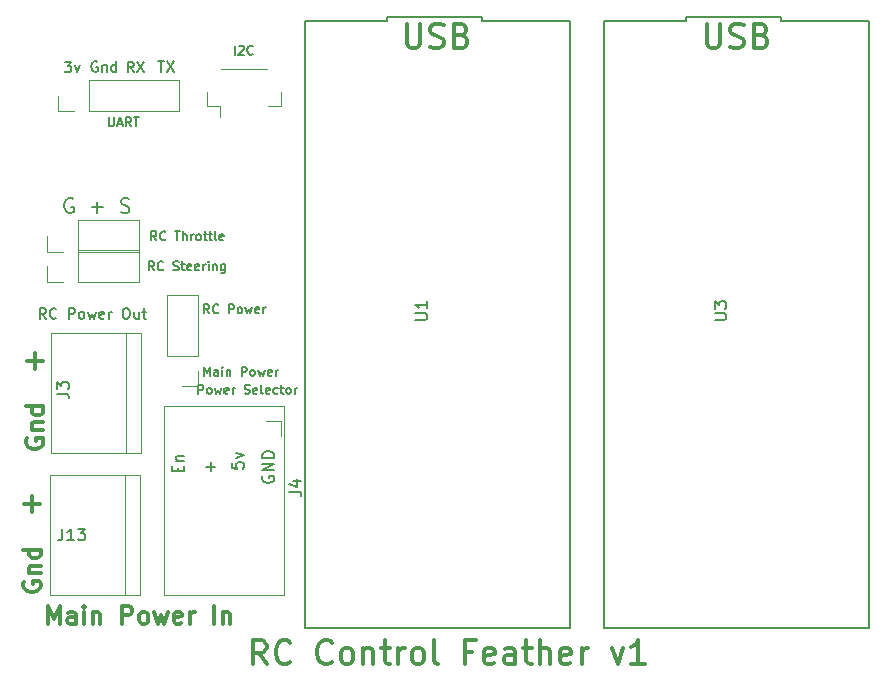
<source format=gbr>
G04 #@! TF.GenerationSoftware,KiCad,Pcbnew,(5.1.5)-3*
G04 #@! TF.CreationDate,2021-12-12T15:23:53-06:00*
G04 #@! TF.ProjectId,RCFeatherControl,52434665-6174-4686-9572-436f6e74726f,rev?*
G04 #@! TF.SameCoordinates,Original*
G04 #@! TF.FileFunction,Legend,Top*
G04 #@! TF.FilePolarity,Positive*
%FSLAX46Y46*%
G04 Gerber Fmt 4.6, Leading zero omitted, Abs format (unit mm)*
G04 Created by KiCad (PCBNEW (5.1.5)-3) date 2021-12-12 15:23:53*
%MOMM*%
%LPD*%
G04 APERTURE LIST*
%ADD10C,0.127000*%
%ADD11C,0.152400*%
%ADD12C,0.300000*%
%ADD13C,0.355600*%
%ADD14C,0.177800*%
%ADD15C,0.120000*%
%ADD16C,0.150000*%
G04 APERTURE END LIST*
D10*
X127408516Y-99505346D02*
X127916516Y-99505346D01*
X127662516Y-100394346D02*
X127662516Y-99505346D01*
X128128183Y-99505346D02*
X128720850Y-100394346D01*
X128720850Y-99505346D02*
X128128183Y-100394346D01*
X125361276Y-100422286D02*
X125064943Y-99998953D01*
X124853276Y-100422286D02*
X124853276Y-99533286D01*
X125191943Y-99533286D01*
X125276610Y-99575620D01*
X125318943Y-99617953D01*
X125361276Y-99702620D01*
X125361276Y-99829620D01*
X125318943Y-99914286D01*
X125276610Y-99956620D01*
X125191943Y-99998953D01*
X124853276Y-99998953D01*
X125657610Y-99533286D02*
X126250276Y-100422286D01*
X126250276Y-99533286D02*
X125657610Y-100422286D01*
X122245543Y-99522280D02*
X122160876Y-99479946D01*
X122033876Y-99479946D01*
X121906876Y-99522280D01*
X121822210Y-99606946D01*
X121779876Y-99691613D01*
X121737543Y-99860946D01*
X121737543Y-99987946D01*
X121779876Y-100157280D01*
X121822210Y-100241946D01*
X121906876Y-100326613D01*
X122033876Y-100368946D01*
X122118543Y-100368946D01*
X122245543Y-100326613D01*
X122287876Y-100284280D01*
X122287876Y-99987946D01*
X122118543Y-99987946D01*
X122668876Y-99776280D02*
X122668876Y-100368946D01*
X122668876Y-99860946D02*
X122711210Y-99818613D01*
X122795876Y-99776280D01*
X122922876Y-99776280D01*
X123007543Y-99818613D01*
X123049876Y-99903280D01*
X123049876Y-100368946D01*
X123854210Y-100368946D02*
X123854210Y-99479946D01*
X123854210Y-100326613D02*
X123769543Y-100368946D01*
X123600210Y-100368946D01*
X123515543Y-100326613D01*
X123473210Y-100284280D01*
X123430876Y-100199613D01*
X123430876Y-99945613D01*
X123473210Y-99860946D01*
X123515543Y-99818613D01*
X123600210Y-99776280D01*
X123769543Y-99776280D01*
X123854210Y-99818613D01*
X119498110Y-99520586D02*
X120048443Y-99520586D01*
X119752110Y-99859253D01*
X119879110Y-99859253D01*
X119963776Y-99901586D01*
X120006110Y-99943920D01*
X120048443Y-100028586D01*
X120048443Y-100240253D01*
X120006110Y-100324920D01*
X119963776Y-100367253D01*
X119879110Y-100409586D01*
X119625110Y-100409586D01*
X119540443Y-100367253D01*
X119498110Y-100324920D01*
X120344776Y-99816920D02*
X120556443Y-100409586D01*
X120768110Y-99816920D01*
D11*
X133926942Y-98927194D02*
X133926942Y-98165194D01*
X134253514Y-98237765D02*
X134289800Y-98201480D01*
X134362371Y-98165194D01*
X134543800Y-98165194D01*
X134616371Y-98201480D01*
X134652657Y-98237765D01*
X134688942Y-98310337D01*
X134688942Y-98382908D01*
X134652657Y-98491765D01*
X134217228Y-98927194D01*
X134688942Y-98927194D01*
X135450942Y-98854622D02*
X135414657Y-98890908D01*
X135305800Y-98927194D01*
X135233228Y-98927194D01*
X135124371Y-98890908D01*
X135051800Y-98818337D01*
X135015514Y-98745765D01*
X134979228Y-98600622D01*
X134979228Y-98491765D01*
X135015514Y-98346622D01*
X135051800Y-98274051D01*
X135124371Y-98201480D01*
X135233228Y-98165194D01*
X135305800Y-98165194D01*
X135414657Y-98201480D01*
X135450942Y-98237765D01*
X123231728Y-104245954D02*
X123231728Y-104862811D01*
X123268014Y-104935382D01*
X123304300Y-104971668D01*
X123376871Y-105007954D01*
X123522014Y-105007954D01*
X123594585Y-104971668D01*
X123630871Y-104935382D01*
X123667157Y-104862811D01*
X123667157Y-104245954D01*
X123993728Y-104790240D02*
X124356585Y-104790240D01*
X123921157Y-105007954D02*
X124175157Y-104245954D01*
X124429157Y-105007954D01*
X125118585Y-105007954D02*
X124864585Y-104645097D01*
X124683157Y-105007954D02*
X124683157Y-104245954D01*
X124973442Y-104245954D01*
X125046014Y-104282240D01*
X125082300Y-104318525D01*
X125118585Y-104391097D01*
X125118585Y-104499954D01*
X125082300Y-104572525D01*
X125046014Y-104608811D01*
X124973442Y-104645097D01*
X124683157Y-104645097D01*
X125336300Y-104245954D02*
X125771728Y-104245954D01*
X125554014Y-105007954D02*
X125554014Y-104245954D01*
D12*
X116277960Y-131426305D02*
X116206531Y-131569162D01*
X116206531Y-131783448D01*
X116277960Y-131997734D01*
X116420817Y-132140591D01*
X116563674Y-132212020D01*
X116849388Y-132283448D01*
X117063674Y-132283448D01*
X117349388Y-132212020D01*
X117492245Y-132140591D01*
X117635102Y-131997734D01*
X117706531Y-131783448D01*
X117706531Y-131640591D01*
X117635102Y-131426305D01*
X117563674Y-131354877D01*
X117063674Y-131354877D01*
X117063674Y-131640591D01*
X116706531Y-130712020D02*
X117706531Y-130712020D01*
X116849388Y-130712020D02*
X116777960Y-130640591D01*
X116706531Y-130497734D01*
X116706531Y-130283448D01*
X116777960Y-130140591D01*
X116920817Y-130069162D01*
X117706531Y-130069162D01*
X117706531Y-128712020D02*
X116206531Y-128712020D01*
X117635102Y-128712020D02*
X117706531Y-128854877D01*
X117706531Y-129140591D01*
X117635102Y-129283448D01*
X117563674Y-129354877D01*
X117420817Y-129426305D01*
X116992245Y-129426305D01*
X116849388Y-129354877D01*
X116777960Y-129283448D01*
X116706531Y-129140591D01*
X116706531Y-128854877D01*
X116777960Y-128712020D01*
D13*
X116294746Y-124866400D02*
X117649413Y-124866400D01*
X116972080Y-125543733D02*
X116972080Y-124189066D01*
D11*
X117914420Y-121290926D02*
X117618086Y-120867593D01*
X117406420Y-121290926D02*
X117406420Y-120401926D01*
X117745086Y-120401926D01*
X117829753Y-120444260D01*
X117872086Y-120486593D01*
X117914420Y-120571260D01*
X117914420Y-120698260D01*
X117872086Y-120782926D01*
X117829753Y-120825260D01*
X117745086Y-120867593D01*
X117406420Y-120867593D01*
X118803420Y-121206260D02*
X118761086Y-121248593D01*
X118634086Y-121290926D01*
X118549420Y-121290926D01*
X118422420Y-121248593D01*
X118337753Y-121163926D01*
X118295420Y-121079260D01*
X118253086Y-120909926D01*
X118253086Y-120782926D01*
X118295420Y-120613593D01*
X118337753Y-120528926D01*
X118422420Y-120444260D01*
X118549420Y-120401926D01*
X118634086Y-120401926D01*
X118761086Y-120444260D01*
X118803420Y-120486593D01*
X119861753Y-121290926D02*
X119861753Y-120401926D01*
X120200420Y-120401926D01*
X120285086Y-120444260D01*
X120327420Y-120486593D01*
X120369753Y-120571260D01*
X120369753Y-120698260D01*
X120327420Y-120782926D01*
X120285086Y-120825260D01*
X120200420Y-120867593D01*
X119861753Y-120867593D01*
X120877753Y-121290926D02*
X120793086Y-121248593D01*
X120750753Y-121206260D01*
X120708420Y-121121593D01*
X120708420Y-120867593D01*
X120750753Y-120782926D01*
X120793086Y-120740593D01*
X120877753Y-120698260D01*
X121004753Y-120698260D01*
X121089420Y-120740593D01*
X121131753Y-120782926D01*
X121174086Y-120867593D01*
X121174086Y-121121593D01*
X121131753Y-121206260D01*
X121089420Y-121248593D01*
X121004753Y-121290926D01*
X120877753Y-121290926D01*
X121470420Y-120698260D02*
X121639753Y-121290926D01*
X121809086Y-120867593D01*
X121978420Y-121290926D01*
X122147753Y-120698260D01*
X122825086Y-121248593D02*
X122740420Y-121290926D01*
X122571086Y-121290926D01*
X122486420Y-121248593D01*
X122444086Y-121163926D01*
X122444086Y-120825260D01*
X122486420Y-120740593D01*
X122571086Y-120698260D01*
X122740420Y-120698260D01*
X122825086Y-120740593D01*
X122867420Y-120825260D01*
X122867420Y-120909926D01*
X122444086Y-120994593D01*
X123248420Y-121290926D02*
X123248420Y-120698260D01*
X123248420Y-120867593D02*
X123290753Y-120782926D01*
X123333086Y-120740593D01*
X123417753Y-120698260D01*
X123502420Y-120698260D01*
X124645420Y-120401926D02*
X124814753Y-120401926D01*
X124899420Y-120444260D01*
X124984086Y-120528926D01*
X125026420Y-120698260D01*
X125026420Y-120994593D01*
X124984086Y-121163926D01*
X124899420Y-121248593D01*
X124814753Y-121290926D01*
X124645420Y-121290926D01*
X124560753Y-121248593D01*
X124476086Y-121163926D01*
X124433753Y-120994593D01*
X124433753Y-120698260D01*
X124476086Y-120528926D01*
X124560753Y-120444260D01*
X124645420Y-120401926D01*
X125788420Y-120698260D02*
X125788420Y-121290926D01*
X125407420Y-120698260D02*
X125407420Y-121163926D01*
X125449753Y-121248593D01*
X125534420Y-121290926D01*
X125661420Y-121290926D01*
X125746086Y-121248593D01*
X125788420Y-121206260D01*
X126084753Y-120698260D02*
X126423420Y-120698260D01*
X126211753Y-120401926D02*
X126211753Y-121163926D01*
X126254086Y-121248593D01*
X126338753Y-121290926D01*
X126423420Y-121290926D01*
D12*
X118091914Y-147117191D02*
X118091914Y-145617191D01*
X118591914Y-146688620D01*
X119091914Y-145617191D01*
X119091914Y-147117191D01*
X120449057Y-147117191D02*
X120449057Y-146331477D01*
X120377628Y-146188620D01*
X120234771Y-146117191D01*
X119949057Y-146117191D01*
X119806200Y-146188620D01*
X120449057Y-147045762D02*
X120306200Y-147117191D01*
X119949057Y-147117191D01*
X119806200Y-147045762D01*
X119734771Y-146902905D01*
X119734771Y-146760048D01*
X119806200Y-146617191D01*
X119949057Y-146545762D01*
X120306200Y-146545762D01*
X120449057Y-146474334D01*
X121163342Y-147117191D02*
X121163342Y-146117191D01*
X121163342Y-145617191D02*
X121091914Y-145688620D01*
X121163342Y-145760048D01*
X121234771Y-145688620D01*
X121163342Y-145617191D01*
X121163342Y-145760048D01*
X121877628Y-146117191D02*
X121877628Y-147117191D01*
X121877628Y-146260048D02*
X121949057Y-146188620D01*
X122091914Y-146117191D01*
X122306200Y-146117191D01*
X122449057Y-146188620D01*
X122520485Y-146331477D01*
X122520485Y-147117191D01*
X124377628Y-147117191D02*
X124377628Y-145617191D01*
X124949057Y-145617191D01*
X125091914Y-145688620D01*
X125163342Y-145760048D01*
X125234771Y-145902905D01*
X125234771Y-146117191D01*
X125163342Y-146260048D01*
X125091914Y-146331477D01*
X124949057Y-146402905D01*
X124377628Y-146402905D01*
X126091914Y-147117191D02*
X125949057Y-147045762D01*
X125877628Y-146974334D01*
X125806200Y-146831477D01*
X125806200Y-146402905D01*
X125877628Y-146260048D01*
X125949057Y-146188620D01*
X126091914Y-146117191D01*
X126306200Y-146117191D01*
X126449057Y-146188620D01*
X126520485Y-146260048D01*
X126591914Y-146402905D01*
X126591914Y-146831477D01*
X126520485Y-146974334D01*
X126449057Y-147045762D01*
X126306200Y-147117191D01*
X126091914Y-147117191D01*
X127091914Y-146117191D02*
X127377628Y-147117191D01*
X127663342Y-146402905D01*
X127949057Y-147117191D01*
X128234771Y-146117191D01*
X129377628Y-147045762D02*
X129234771Y-147117191D01*
X128949057Y-147117191D01*
X128806200Y-147045762D01*
X128734771Y-146902905D01*
X128734771Y-146331477D01*
X128806200Y-146188620D01*
X128949057Y-146117191D01*
X129234771Y-146117191D01*
X129377628Y-146188620D01*
X129449057Y-146331477D01*
X129449057Y-146474334D01*
X128734771Y-146617191D01*
X130091914Y-147117191D02*
X130091914Y-146117191D01*
X130091914Y-146402905D02*
X130163342Y-146260048D01*
X130234771Y-146188620D01*
X130377628Y-146117191D01*
X130520485Y-146117191D01*
X132163342Y-147117191D02*
X132163342Y-145617191D01*
X132877628Y-146117191D02*
X132877628Y-147117191D01*
X132877628Y-146260048D02*
X132949057Y-146188620D01*
X133091914Y-146117191D01*
X133306200Y-146117191D01*
X133449057Y-146188620D01*
X133520485Y-146331477D01*
X133520485Y-147117191D01*
D11*
X127086722Y-117184714D02*
X126832722Y-116821857D01*
X126651294Y-117184714D02*
X126651294Y-116422714D01*
X126941580Y-116422714D01*
X127014151Y-116459000D01*
X127050437Y-116495285D01*
X127086722Y-116567857D01*
X127086722Y-116676714D01*
X127050437Y-116749285D01*
X127014151Y-116785571D01*
X126941580Y-116821857D01*
X126651294Y-116821857D01*
X127848722Y-117112142D02*
X127812437Y-117148428D01*
X127703580Y-117184714D01*
X127631008Y-117184714D01*
X127522151Y-117148428D01*
X127449580Y-117075857D01*
X127413294Y-117003285D01*
X127377008Y-116858142D01*
X127377008Y-116749285D01*
X127413294Y-116604142D01*
X127449580Y-116531571D01*
X127522151Y-116459000D01*
X127631008Y-116422714D01*
X127703580Y-116422714D01*
X127812437Y-116459000D01*
X127848722Y-116495285D01*
X128719580Y-117148428D02*
X128828437Y-117184714D01*
X129009865Y-117184714D01*
X129082437Y-117148428D01*
X129118722Y-117112142D01*
X129155008Y-117039571D01*
X129155008Y-116967000D01*
X129118722Y-116894428D01*
X129082437Y-116858142D01*
X129009865Y-116821857D01*
X128864722Y-116785571D01*
X128792151Y-116749285D01*
X128755865Y-116713000D01*
X128719580Y-116640428D01*
X128719580Y-116567857D01*
X128755865Y-116495285D01*
X128792151Y-116459000D01*
X128864722Y-116422714D01*
X129046151Y-116422714D01*
X129155008Y-116459000D01*
X129372722Y-116676714D02*
X129663008Y-116676714D01*
X129481580Y-116422714D02*
X129481580Y-117075857D01*
X129517865Y-117148428D01*
X129590437Y-117184714D01*
X129663008Y-117184714D01*
X130207294Y-117148428D02*
X130134722Y-117184714D01*
X129989580Y-117184714D01*
X129917008Y-117148428D01*
X129880722Y-117075857D01*
X129880722Y-116785571D01*
X129917008Y-116713000D01*
X129989580Y-116676714D01*
X130134722Y-116676714D01*
X130207294Y-116713000D01*
X130243580Y-116785571D01*
X130243580Y-116858142D01*
X129880722Y-116930714D01*
X130860437Y-117148428D02*
X130787865Y-117184714D01*
X130642722Y-117184714D01*
X130570151Y-117148428D01*
X130533865Y-117075857D01*
X130533865Y-116785571D01*
X130570151Y-116713000D01*
X130642722Y-116676714D01*
X130787865Y-116676714D01*
X130860437Y-116713000D01*
X130896722Y-116785571D01*
X130896722Y-116858142D01*
X130533865Y-116930714D01*
X131223294Y-117184714D02*
X131223294Y-116676714D01*
X131223294Y-116821857D02*
X131259580Y-116749285D01*
X131295865Y-116713000D01*
X131368437Y-116676714D01*
X131441008Y-116676714D01*
X131695008Y-117184714D02*
X131695008Y-116676714D01*
X131695008Y-116422714D02*
X131658722Y-116459000D01*
X131695008Y-116495285D01*
X131731294Y-116459000D01*
X131695008Y-116422714D01*
X131695008Y-116495285D01*
X132057865Y-116676714D02*
X132057865Y-117184714D01*
X132057865Y-116749285D02*
X132094151Y-116713000D01*
X132166722Y-116676714D01*
X132275580Y-116676714D01*
X132348151Y-116713000D01*
X132384437Y-116785571D01*
X132384437Y-117184714D01*
X133073865Y-116676714D02*
X133073865Y-117293571D01*
X133037580Y-117366142D01*
X133001294Y-117402428D01*
X132928722Y-117438714D01*
X132819865Y-117438714D01*
X132747294Y-117402428D01*
X133073865Y-117148428D02*
X133001294Y-117184714D01*
X132856151Y-117184714D01*
X132783580Y-117148428D01*
X132747294Y-117112142D01*
X132711008Y-117039571D01*
X132711008Y-116821857D01*
X132747294Y-116749285D01*
X132783580Y-116713000D01*
X132856151Y-116676714D01*
X133001294Y-116676714D01*
X133073865Y-116713000D01*
X127277948Y-114644714D02*
X127023948Y-114281857D01*
X126842520Y-114644714D02*
X126842520Y-113882714D01*
X127132805Y-113882714D01*
X127205377Y-113919000D01*
X127241662Y-113955285D01*
X127277948Y-114027857D01*
X127277948Y-114136714D01*
X127241662Y-114209285D01*
X127205377Y-114245571D01*
X127132805Y-114281857D01*
X126842520Y-114281857D01*
X128039948Y-114572142D02*
X128003662Y-114608428D01*
X127894805Y-114644714D01*
X127822234Y-114644714D01*
X127713377Y-114608428D01*
X127640805Y-114535857D01*
X127604520Y-114463285D01*
X127568234Y-114318142D01*
X127568234Y-114209285D01*
X127604520Y-114064142D01*
X127640805Y-113991571D01*
X127713377Y-113919000D01*
X127822234Y-113882714D01*
X127894805Y-113882714D01*
X128003662Y-113919000D01*
X128039948Y-113955285D01*
X128838234Y-113882714D02*
X129273662Y-113882714D01*
X129055948Y-114644714D02*
X129055948Y-113882714D01*
X129527662Y-114644714D02*
X129527662Y-113882714D01*
X129854234Y-114644714D02*
X129854234Y-114245571D01*
X129817948Y-114173000D01*
X129745377Y-114136714D01*
X129636520Y-114136714D01*
X129563948Y-114173000D01*
X129527662Y-114209285D01*
X130217091Y-114644714D02*
X130217091Y-114136714D01*
X130217091Y-114281857D02*
X130253377Y-114209285D01*
X130289662Y-114173000D01*
X130362234Y-114136714D01*
X130434805Y-114136714D01*
X130797662Y-114644714D02*
X130725091Y-114608428D01*
X130688805Y-114572142D01*
X130652520Y-114499571D01*
X130652520Y-114281857D01*
X130688805Y-114209285D01*
X130725091Y-114173000D01*
X130797662Y-114136714D01*
X130906520Y-114136714D01*
X130979091Y-114173000D01*
X131015377Y-114209285D01*
X131051662Y-114281857D01*
X131051662Y-114499571D01*
X131015377Y-114572142D01*
X130979091Y-114608428D01*
X130906520Y-114644714D01*
X130797662Y-114644714D01*
X131269377Y-114136714D02*
X131559662Y-114136714D01*
X131378234Y-113882714D02*
X131378234Y-114535857D01*
X131414520Y-114608428D01*
X131487091Y-114644714D01*
X131559662Y-114644714D01*
X131704805Y-114136714D02*
X131995091Y-114136714D01*
X131813662Y-113882714D02*
X131813662Y-114535857D01*
X131849948Y-114608428D01*
X131922520Y-114644714D01*
X131995091Y-114644714D01*
X132357948Y-114644714D02*
X132285377Y-114608428D01*
X132249091Y-114535857D01*
X132249091Y-113882714D01*
X132938520Y-114608428D02*
X132865948Y-114644714D01*
X132720805Y-114644714D01*
X132648234Y-114608428D01*
X132611948Y-114535857D01*
X132611948Y-114245571D01*
X132648234Y-114173000D01*
X132720805Y-114136714D01*
X132865948Y-114136714D01*
X132938520Y-114173000D01*
X132974805Y-114245571D01*
X132974805Y-114318142D01*
X132611948Y-114390714D01*
X131747985Y-120834694D02*
X131493985Y-120471837D01*
X131312557Y-120834694D02*
X131312557Y-120072694D01*
X131602842Y-120072694D01*
X131675414Y-120108980D01*
X131711700Y-120145265D01*
X131747985Y-120217837D01*
X131747985Y-120326694D01*
X131711700Y-120399265D01*
X131675414Y-120435551D01*
X131602842Y-120471837D01*
X131312557Y-120471837D01*
X132509985Y-120762122D02*
X132473700Y-120798408D01*
X132364842Y-120834694D01*
X132292271Y-120834694D01*
X132183414Y-120798408D01*
X132110842Y-120725837D01*
X132074557Y-120653265D01*
X132038271Y-120508122D01*
X132038271Y-120399265D01*
X132074557Y-120254122D01*
X132110842Y-120181551D01*
X132183414Y-120108980D01*
X132292271Y-120072694D01*
X132364842Y-120072694D01*
X132473700Y-120108980D01*
X132509985Y-120145265D01*
X133417128Y-120834694D02*
X133417128Y-120072694D01*
X133707414Y-120072694D01*
X133779985Y-120108980D01*
X133816271Y-120145265D01*
X133852557Y-120217837D01*
X133852557Y-120326694D01*
X133816271Y-120399265D01*
X133779985Y-120435551D01*
X133707414Y-120471837D01*
X133417128Y-120471837D01*
X134287985Y-120834694D02*
X134215414Y-120798408D01*
X134179128Y-120762122D01*
X134142842Y-120689551D01*
X134142842Y-120471837D01*
X134179128Y-120399265D01*
X134215414Y-120362980D01*
X134287985Y-120326694D01*
X134396842Y-120326694D01*
X134469414Y-120362980D01*
X134505700Y-120399265D01*
X134541985Y-120471837D01*
X134541985Y-120689551D01*
X134505700Y-120762122D01*
X134469414Y-120798408D01*
X134396842Y-120834694D01*
X134287985Y-120834694D01*
X134795985Y-120326694D02*
X134941128Y-120834694D01*
X135086271Y-120471837D01*
X135231414Y-120834694D01*
X135376557Y-120326694D01*
X135957128Y-120798408D02*
X135884557Y-120834694D01*
X135739414Y-120834694D01*
X135666842Y-120798408D01*
X135630557Y-120725837D01*
X135630557Y-120435551D01*
X135666842Y-120362980D01*
X135739414Y-120326694D01*
X135884557Y-120326694D01*
X135957128Y-120362980D01*
X135993414Y-120435551D01*
X135993414Y-120508122D01*
X135630557Y-120580694D01*
X136319985Y-120834694D02*
X136319985Y-120326694D01*
X136319985Y-120471837D02*
X136356271Y-120399265D01*
X136392557Y-120362980D01*
X136465128Y-120326694D01*
X136537700Y-120326694D01*
X131288971Y-126130594D02*
X131288971Y-125368594D01*
X131542971Y-125912880D01*
X131796971Y-125368594D01*
X131796971Y-126130594D01*
X132486400Y-126130594D02*
X132486400Y-125731451D01*
X132450114Y-125658880D01*
X132377542Y-125622594D01*
X132232400Y-125622594D01*
X132159828Y-125658880D01*
X132486400Y-126094308D02*
X132413828Y-126130594D01*
X132232400Y-126130594D01*
X132159828Y-126094308D01*
X132123542Y-126021737D01*
X132123542Y-125949165D01*
X132159828Y-125876594D01*
X132232400Y-125840308D01*
X132413828Y-125840308D01*
X132486400Y-125804022D01*
X132849257Y-126130594D02*
X132849257Y-125622594D01*
X132849257Y-125368594D02*
X132812971Y-125404880D01*
X132849257Y-125441165D01*
X132885542Y-125404880D01*
X132849257Y-125368594D01*
X132849257Y-125441165D01*
X133212114Y-125622594D02*
X133212114Y-126130594D01*
X133212114Y-125695165D02*
X133248400Y-125658880D01*
X133320971Y-125622594D01*
X133429828Y-125622594D01*
X133502400Y-125658880D01*
X133538685Y-125731451D01*
X133538685Y-126130594D01*
X134482114Y-126130594D02*
X134482114Y-125368594D01*
X134772400Y-125368594D01*
X134844971Y-125404880D01*
X134881257Y-125441165D01*
X134917542Y-125513737D01*
X134917542Y-125622594D01*
X134881257Y-125695165D01*
X134844971Y-125731451D01*
X134772400Y-125767737D01*
X134482114Y-125767737D01*
X135352971Y-126130594D02*
X135280400Y-126094308D01*
X135244114Y-126058022D01*
X135207828Y-125985451D01*
X135207828Y-125767737D01*
X135244114Y-125695165D01*
X135280400Y-125658880D01*
X135352971Y-125622594D01*
X135461828Y-125622594D01*
X135534400Y-125658880D01*
X135570685Y-125695165D01*
X135606971Y-125767737D01*
X135606971Y-125985451D01*
X135570685Y-126058022D01*
X135534400Y-126094308D01*
X135461828Y-126130594D01*
X135352971Y-126130594D01*
X135860971Y-125622594D02*
X136006114Y-126130594D01*
X136151257Y-125767737D01*
X136296400Y-126130594D01*
X136441542Y-125622594D01*
X137022114Y-126094308D02*
X136949542Y-126130594D01*
X136804400Y-126130594D01*
X136731828Y-126094308D01*
X136695542Y-126021737D01*
X136695542Y-125731451D01*
X136731828Y-125658880D01*
X136804400Y-125622594D01*
X136949542Y-125622594D01*
X137022114Y-125658880D01*
X137058400Y-125731451D01*
X137058400Y-125804022D01*
X136695542Y-125876594D01*
X137384971Y-126130594D02*
X137384971Y-125622594D01*
X137384971Y-125767737D02*
X137421257Y-125695165D01*
X137457542Y-125658880D01*
X137530114Y-125622594D01*
X137602685Y-125622594D01*
X130818708Y-127652054D02*
X130818708Y-126890054D01*
X131108994Y-126890054D01*
X131181565Y-126926340D01*
X131217851Y-126962625D01*
X131254137Y-127035197D01*
X131254137Y-127144054D01*
X131217851Y-127216625D01*
X131181565Y-127252911D01*
X131108994Y-127289197D01*
X130818708Y-127289197D01*
X131689565Y-127652054D02*
X131616994Y-127615768D01*
X131580708Y-127579482D01*
X131544422Y-127506911D01*
X131544422Y-127289197D01*
X131580708Y-127216625D01*
X131616994Y-127180340D01*
X131689565Y-127144054D01*
X131798422Y-127144054D01*
X131870994Y-127180340D01*
X131907280Y-127216625D01*
X131943565Y-127289197D01*
X131943565Y-127506911D01*
X131907280Y-127579482D01*
X131870994Y-127615768D01*
X131798422Y-127652054D01*
X131689565Y-127652054D01*
X132197565Y-127144054D02*
X132342708Y-127652054D01*
X132487851Y-127289197D01*
X132632994Y-127652054D01*
X132778137Y-127144054D01*
X133358708Y-127615768D02*
X133286137Y-127652054D01*
X133140994Y-127652054D01*
X133068422Y-127615768D01*
X133032137Y-127543197D01*
X133032137Y-127252911D01*
X133068422Y-127180340D01*
X133140994Y-127144054D01*
X133286137Y-127144054D01*
X133358708Y-127180340D01*
X133394994Y-127252911D01*
X133394994Y-127325482D01*
X133032137Y-127398054D01*
X133721565Y-127652054D02*
X133721565Y-127144054D01*
X133721565Y-127289197D02*
X133757851Y-127216625D01*
X133794137Y-127180340D01*
X133866708Y-127144054D01*
X133939280Y-127144054D01*
X134737565Y-127615768D02*
X134846422Y-127652054D01*
X135027851Y-127652054D01*
X135100422Y-127615768D01*
X135136708Y-127579482D01*
X135172994Y-127506911D01*
X135172994Y-127434340D01*
X135136708Y-127361768D01*
X135100422Y-127325482D01*
X135027851Y-127289197D01*
X134882708Y-127252911D01*
X134810137Y-127216625D01*
X134773851Y-127180340D01*
X134737565Y-127107768D01*
X134737565Y-127035197D01*
X134773851Y-126962625D01*
X134810137Y-126926340D01*
X134882708Y-126890054D01*
X135064137Y-126890054D01*
X135172994Y-126926340D01*
X135789851Y-127615768D02*
X135717280Y-127652054D01*
X135572137Y-127652054D01*
X135499565Y-127615768D01*
X135463280Y-127543197D01*
X135463280Y-127252911D01*
X135499565Y-127180340D01*
X135572137Y-127144054D01*
X135717280Y-127144054D01*
X135789851Y-127180340D01*
X135826137Y-127252911D01*
X135826137Y-127325482D01*
X135463280Y-127398054D01*
X136261565Y-127652054D02*
X136188994Y-127615768D01*
X136152708Y-127543197D01*
X136152708Y-126890054D01*
X136842137Y-127615768D02*
X136769565Y-127652054D01*
X136624422Y-127652054D01*
X136551851Y-127615768D01*
X136515565Y-127543197D01*
X136515565Y-127252911D01*
X136551851Y-127180340D01*
X136624422Y-127144054D01*
X136769565Y-127144054D01*
X136842137Y-127180340D01*
X136878422Y-127252911D01*
X136878422Y-127325482D01*
X136515565Y-127398054D01*
X137531565Y-127615768D02*
X137458994Y-127652054D01*
X137313851Y-127652054D01*
X137241280Y-127615768D01*
X137204994Y-127579482D01*
X137168708Y-127506911D01*
X137168708Y-127289197D01*
X137204994Y-127216625D01*
X137241280Y-127180340D01*
X137313851Y-127144054D01*
X137458994Y-127144054D01*
X137531565Y-127180340D01*
X137749280Y-127144054D02*
X138039565Y-127144054D01*
X137858137Y-126890054D02*
X137858137Y-127543197D01*
X137894422Y-127615768D01*
X137966994Y-127652054D01*
X138039565Y-127652054D01*
X138402422Y-127652054D02*
X138329851Y-127615768D01*
X138293565Y-127579482D01*
X138257280Y-127506911D01*
X138257280Y-127289197D01*
X138293565Y-127216625D01*
X138329851Y-127180340D01*
X138402422Y-127144054D01*
X138511280Y-127144054D01*
X138583851Y-127180340D01*
X138620137Y-127216625D01*
X138656422Y-127289197D01*
X138656422Y-127506911D01*
X138620137Y-127579482D01*
X138583851Y-127615768D01*
X138511280Y-127652054D01*
X138402422Y-127652054D01*
X138982994Y-127652054D02*
X138982994Y-127144054D01*
X138982994Y-127289197D02*
X139019280Y-127216625D01*
X139055565Y-127180340D01*
X139128137Y-127144054D01*
X139200708Y-127144054D01*
D12*
X173851190Y-96354761D02*
X173851190Y-97973809D01*
X173946428Y-98164285D01*
X174041666Y-98259523D01*
X174232142Y-98354761D01*
X174613095Y-98354761D01*
X174803571Y-98259523D01*
X174898809Y-98164285D01*
X174994047Y-97973809D01*
X174994047Y-96354761D01*
X175851190Y-98259523D02*
X176136904Y-98354761D01*
X176613095Y-98354761D01*
X176803571Y-98259523D01*
X176898809Y-98164285D01*
X176994047Y-97973809D01*
X176994047Y-97783333D01*
X176898809Y-97592857D01*
X176803571Y-97497619D01*
X176613095Y-97402380D01*
X176232142Y-97307142D01*
X176041666Y-97211904D01*
X175946428Y-97116666D01*
X175851190Y-96926190D01*
X175851190Y-96735714D01*
X175946428Y-96545238D01*
X176041666Y-96450000D01*
X176232142Y-96354761D01*
X176708333Y-96354761D01*
X176994047Y-96450000D01*
X178517857Y-97307142D02*
X178803571Y-97402380D01*
X178898809Y-97497619D01*
X178994047Y-97688095D01*
X178994047Y-97973809D01*
X178898809Y-98164285D01*
X178803571Y-98259523D01*
X178613095Y-98354761D01*
X177851190Y-98354761D01*
X177851190Y-96354761D01*
X178517857Y-96354761D01*
X178708333Y-96450000D01*
X178803571Y-96545238D01*
X178898809Y-96735714D01*
X178898809Y-96926190D01*
X178803571Y-97116666D01*
X178708333Y-97211904D01*
X178517857Y-97307142D01*
X177851190Y-97307142D01*
X148451190Y-96354761D02*
X148451190Y-97973809D01*
X148546428Y-98164285D01*
X148641666Y-98259523D01*
X148832142Y-98354761D01*
X149213095Y-98354761D01*
X149403571Y-98259523D01*
X149498809Y-98164285D01*
X149594047Y-97973809D01*
X149594047Y-96354761D01*
X150451190Y-98259523D02*
X150736904Y-98354761D01*
X151213095Y-98354761D01*
X151403571Y-98259523D01*
X151498809Y-98164285D01*
X151594047Y-97973809D01*
X151594047Y-97783333D01*
X151498809Y-97592857D01*
X151403571Y-97497619D01*
X151213095Y-97402380D01*
X150832142Y-97307142D01*
X150641666Y-97211904D01*
X150546428Y-97116666D01*
X150451190Y-96926190D01*
X150451190Y-96735714D01*
X150546428Y-96545238D01*
X150641666Y-96450000D01*
X150832142Y-96354761D01*
X151308333Y-96354761D01*
X151594047Y-96450000D01*
X153117857Y-97307142D02*
X153403571Y-97402380D01*
X153498809Y-97497619D01*
X153594047Y-97688095D01*
X153594047Y-97973809D01*
X153498809Y-98164285D01*
X153403571Y-98259523D01*
X153213095Y-98354761D01*
X152451190Y-98354761D01*
X152451190Y-96354761D01*
X153117857Y-96354761D01*
X153308333Y-96450000D01*
X153403571Y-96545238D01*
X153498809Y-96735714D01*
X153498809Y-96926190D01*
X153403571Y-97116666D01*
X153308333Y-97211904D01*
X153117857Y-97307142D01*
X152451190Y-97307142D01*
D14*
X120209189Y-111125000D02*
X120088236Y-111064523D01*
X119906808Y-111064523D01*
X119725379Y-111125000D01*
X119604427Y-111245952D01*
X119543950Y-111366904D01*
X119483474Y-111608809D01*
X119483474Y-111790238D01*
X119543950Y-112032142D01*
X119604427Y-112153095D01*
X119725379Y-112274047D01*
X119906808Y-112334523D01*
X120027760Y-112334523D01*
X120209189Y-112274047D01*
X120269665Y-112213571D01*
X120269665Y-111790238D01*
X120027760Y-111790238D01*
X121781570Y-111850714D02*
X122749189Y-111850714D01*
X122265379Y-112334523D02*
X122265379Y-111366904D01*
X124261093Y-112274047D02*
X124442522Y-112334523D01*
X124744903Y-112334523D01*
X124865855Y-112274047D01*
X124926331Y-112213571D01*
X124986808Y-112092619D01*
X124986808Y-111971666D01*
X124926331Y-111850714D01*
X124865855Y-111790238D01*
X124744903Y-111729761D01*
X124502998Y-111669285D01*
X124382046Y-111608809D01*
X124321570Y-111548333D01*
X124261093Y-111427380D01*
X124261093Y-111306428D01*
X124321570Y-111185476D01*
X124382046Y-111125000D01*
X124502998Y-111064523D01*
X124805379Y-111064523D01*
X124986808Y-111125000D01*
D13*
X116066146Y-136989820D02*
X117420813Y-136989820D01*
X116743480Y-137667153D02*
X116743480Y-136312486D01*
D12*
X116049360Y-143549725D02*
X115977931Y-143692582D01*
X115977931Y-143906868D01*
X116049360Y-144121154D01*
X116192217Y-144264011D01*
X116335074Y-144335440D01*
X116620788Y-144406868D01*
X116835074Y-144406868D01*
X117120788Y-144335440D01*
X117263645Y-144264011D01*
X117406502Y-144121154D01*
X117477931Y-143906868D01*
X117477931Y-143764011D01*
X117406502Y-143549725D01*
X117335074Y-143478297D01*
X116835074Y-143478297D01*
X116835074Y-143764011D01*
X116477931Y-142835440D02*
X117477931Y-142835440D01*
X116620788Y-142835440D02*
X116549360Y-142764011D01*
X116477931Y-142621154D01*
X116477931Y-142406868D01*
X116549360Y-142264011D01*
X116692217Y-142192582D01*
X117477931Y-142192582D01*
X117477931Y-140835440D02*
X115977931Y-140835440D01*
X117406502Y-140835440D02*
X117477931Y-140978297D01*
X117477931Y-141264011D01*
X117406502Y-141406868D01*
X117335074Y-141478297D01*
X117192217Y-141549725D01*
X116763645Y-141549725D01*
X116620788Y-141478297D01*
X116549360Y-141406868D01*
X116477931Y-141264011D01*
X116477931Y-140978297D01*
X116549360Y-140835440D01*
X136602487Y-150520921D02*
X135935820Y-149568540D01*
X135459630Y-150520921D02*
X135459630Y-148520921D01*
X136221535Y-148520921D01*
X136412011Y-148616160D01*
X136507249Y-148711398D01*
X136602487Y-148901874D01*
X136602487Y-149187588D01*
X136507249Y-149378064D01*
X136412011Y-149473302D01*
X136221535Y-149568540D01*
X135459630Y-149568540D01*
X138602487Y-150330445D02*
X138507249Y-150425683D01*
X138221535Y-150520921D01*
X138031059Y-150520921D01*
X137745344Y-150425683D01*
X137554868Y-150235207D01*
X137459630Y-150044731D01*
X137364392Y-149663779D01*
X137364392Y-149378064D01*
X137459630Y-148997112D01*
X137554868Y-148806636D01*
X137745344Y-148616160D01*
X138031059Y-148520921D01*
X138221535Y-148520921D01*
X138507249Y-148616160D01*
X138602487Y-148711398D01*
X142126297Y-150330445D02*
X142031059Y-150425683D01*
X141745344Y-150520921D01*
X141554868Y-150520921D01*
X141269154Y-150425683D01*
X141078678Y-150235207D01*
X140983440Y-150044731D01*
X140888201Y-149663779D01*
X140888201Y-149378064D01*
X140983440Y-148997112D01*
X141078678Y-148806636D01*
X141269154Y-148616160D01*
X141554868Y-148520921D01*
X141745344Y-148520921D01*
X142031059Y-148616160D01*
X142126297Y-148711398D01*
X143269154Y-150520921D02*
X143078678Y-150425683D01*
X142983440Y-150330445D01*
X142888201Y-150139969D01*
X142888201Y-149568540D01*
X142983440Y-149378064D01*
X143078678Y-149282826D01*
X143269154Y-149187588D01*
X143554868Y-149187588D01*
X143745344Y-149282826D01*
X143840582Y-149378064D01*
X143935820Y-149568540D01*
X143935820Y-150139969D01*
X143840582Y-150330445D01*
X143745344Y-150425683D01*
X143554868Y-150520921D01*
X143269154Y-150520921D01*
X144792963Y-149187588D02*
X144792963Y-150520921D01*
X144792963Y-149378064D02*
X144888201Y-149282826D01*
X145078678Y-149187588D01*
X145364392Y-149187588D01*
X145554868Y-149282826D01*
X145650106Y-149473302D01*
X145650106Y-150520921D01*
X146316773Y-149187588D02*
X147078678Y-149187588D01*
X146602487Y-148520921D02*
X146602487Y-150235207D01*
X146697725Y-150425683D01*
X146888201Y-150520921D01*
X147078678Y-150520921D01*
X147745344Y-150520921D02*
X147745344Y-149187588D01*
X147745344Y-149568540D02*
X147840582Y-149378064D01*
X147935820Y-149282826D01*
X148126297Y-149187588D01*
X148316773Y-149187588D01*
X149269154Y-150520921D02*
X149078678Y-150425683D01*
X148983440Y-150330445D01*
X148888201Y-150139969D01*
X148888201Y-149568540D01*
X148983440Y-149378064D01*
X149078678Y-149282826D01*
X149269154Y-149187588D01*
X149554868Y-149187588D01*
X149745344Y-149282826D01*
X149840582Y-149378064D01*
X149935820Y-149568540D01*
X149935820Y-150139969D01*
X149840582Y-150330445D01*
X149745344Y-150425683D01*
X149554868Y-150520921D01*
X149269154Y-150520921D01*
X151078678Y-150520921D02*
X150888201Y-150425683D01*
X150792963Y-150235207D01*
X150792963Y-148520921D01*
X154031059Y-149473302D02*
X153364392Y-149473302D01*
X153364392Y-150520921D02*
X153364392Y-148520921D01*
X154316773Y-148520921D01*
X155840582Y-150425683D02*
X155650106Y-150520921D01*
X155269154Y-150520921D01*
X155078678Y-150425683D01*
X154983440Y-150235207D01*
X154983440Y-149473302D01*
X155078678Y-149282826D01*
X155269154Y-149187588D01*
X155650106Y-149187588D01*
X155840582Y-149282826D01*
X155935820Y-149473302D01*
X155935820Y-149663779D01*
X154983440Y-149854255D01*
X157650106Y-150520921D02*
X157650106Y-149473302D01*
X157554868Y-149282826D01*
X157364392Y-149187588D01*
X156983440Y-149187588D01*
X156792963Y-149282826D01*
X157650106Y-150425683D02*
X157459630Y-150520921D01*
X156983440Y-150520921D01*
X156792963Y-150425683D01*
X156697725Y-150235207D01*
X156697725Y-150044731D01*
X156792963Y-149854255D01*
X156983440Y-149759017D01*
X157459630Y-149759017D01*
X157650106Y-149663779D01*
X158316773Y-149187588D02*
X159078678Y-149187588D01*
X158602487Y-148520921D02*
X158602487Y-150235207D01*
X158697725Y-150425683D01*
X158888201Y-150520921D01*
X159078678Y-150520921D01*
X159745344Y-150520921D02*
X159745344Y-148520921D01*
X160602487Y-150520921D02*
X160602487Y-149473302D01*
X160507249Y-149282826D01*
X160316773Y-149187588D01*
X160031059Y-149187588D01*
X159840582Y-149282826D01*
X159745344Y-149378064D01*
X162316773Y-150425683D02*
X162126297Y-150520921D01*
X161745344Y-150520921D01*
X161554868Y-150425683D01*
X161459630Y-150235207D01*
X161459630Y-149473302D01*
X161554868Y-149282826D01*
X161745344Y-149187588D01*
X162126297Y-149187588D01*
X162316773Y-149282826D01*
X162412011Y-149473302D01*
X162412011Y-149663779D01*
X161459630Y-149854255D01*
X163269154Y-150520921D02*
X163269154Y-149187588D01*
X163269154Y-149568540D02*
X163364392Y-149378064D01*
X163459630Y-149282826D01*
X163650106Y-149187588D01*
X163840582Y-149187588D01*
X165840582Y-149187588D02*
X166316773Y-150520921D01*
X166792963Y-149187588D01*
X168602487Y-150520921D02*
X167459630Y-150520921D01*
X168031059Y-150520921D02*
X168031059Y-148520921D01*
X167840582Y-148806636D01*
X167650106Y-148997112D01*
X167459630Y-149092350D01*
D15*
X138043800Y-128718160D02*
X127883800Y-128718160D01*
X136512800Y-129949160D02*
X137782800Y-129949160D01*
X137782800Y-129949160D02*
X137782800Y-131219160D01*
X138043800Y-128718160D02*
X138043800Y-144718160D01*
X138043800Y-144718160D02*
X127883800Y-144718160D01*
X127883800Y-128718160D02*
X127883800Y-144718160D01*
D16*
X139813920Y-147510940D02*
X139813920Y-96041200D01*
X162313920Y-147510940D02*
X162313920Y-96041200D01*
X139813920Y-147510940D02*
X162313920Y-147510940D01*
X154813920Y-95741480D02*
X146813920Y-95741480D01*
X139813920Y-96041200D02*
X146813920Y-96041200D01*
X146813920Y-96041200D02*
X146813920Y-95741480D01*
X154813920Y-96041200D02*
X154813920Y-95741480D01*
X154813920Y-96041200D02*
X162313920Y-96041200D01*
D15*
X125884940Y-144678400D02*
X125884940Y-134518400D01*
X118264940Y-144678400D02*
X125884940Y-144678400D01*
X118264940Y-134518400D02*
X118264940Y-144678400D01*
X125884940Y-134518400D02*
X118264940Y-134518400D01*
X124614940Y-134518400D02*
X124614940Y-144678400D01*
D16*
X165143920Y-147510940D02*
X165143920Y-96041200D01*
X187643920Y-147510940D02*
X187643920Y-96041200D01*
X165143920Y-147510940D02*
X187643920Y-147510940D01*
X180143920Y-95741480D02*
X172143920Y-95741480D01*
X165143920Y-96041200D02*
X172143920Y-96041200D01*
X172143920Y-96041200D02*
X172143920Y-95741480D01*
X180143920Y-96041200D02*
X180143920Y-95741480D01*
X180143920Y-96041200D02*
X187643920Y-96041200D01*
D15*
X125790000Y-115630000D02*
X125790000Y-112970000D01*
X120650000Y-115630000D02*
X125790000Y-115630000D01*
X120650000Y-112970000D02*
X125790000Y-112970000D01*
X120650000Y-115630000D02*
X120650000Y-112970000D01*
X119380000Y-115630000D02*
X118050000Y-115630000D01*
X118050000Y-115630000D02*
X118050000Y-114300000D01*
X118050000Y-118170000D02*
X118050000Y-116840000D01*
X119380000Y-118170000D02*
X118050000Y-118170000D01*
X120650000Y-118170000D02*
X120650000Y-115510000D01*
X120650000Y-115510000D02*
X125790000Y-115510000D01*
X120650000Y-118170000D02*
X125790000Y-118170000D01*
X125790000Y-118170000D02*
X125790000Y-115510000D01*
X124670820Y-122476260D02*
X124670820Y-132636260D01*
X125940820Y-122476260D02*
X118320820Y-122476260D01*
X118320820Y-122476260D02*
X118320820Y-132636260D01*
X118320820Y-132636260D02*
X125940820Y-132636260D01*
X125940820Y-132636260D02*
X125940820Y-122476260D01*
X131570960Y-102098480D02*
X131570960Y-103248480D01*
X131570960Y-103248480D02*
X132620960Y-103248480D01*
X132620960Y-103248480D02*
X132620960Y-104238480D01*
X137790960Y-102098480D02*
X137790960Y-103248480D01*
X137790960Y-103248480D02*
X136740960Y-103248480D01*
X132740960Y-100128480D02*
X136620960Y-100128480D01*
X129219000Y-103742800D02*
X129219000Y-101082800D01*
X121539000Y-103742800D02*
X129219000Y-103742800D01*
X121539000Y-101082800D02*
X129219000Y-101082800D01*
X121539000Y-103742800D02*
X121539000Y-101082800D01*
X120269000Y-103742800D02*
X118939000Y-103742800D01*
X118939000Y-103742800D02*
X118939000Y-102412800D01*
X130788720Y-119274280D02*
X128128720Y-119274280D01*
X130788720Y-124414280D02*
X130788720Y-119274280D01*
X128128720Y-124414280D02*
X128128720Y-119274280D01*
X130788720Y-124414280D02*
X128128720Y-124414280D01*
X130788720Y-125684280D02*
X130788720Y-127014280D01*
X130788720Y-127014280D02*
X129458720Y-127014280D01*
D16*
X138535180Y-135937493D02*
X139249466Y-135937493D01*
X139392323Y-135985112D01*
X139487561Y-136080350D01*
X139535180Y-136223207D01*
X139535180Y-136318445D01*
X138868514Y-135032731D02*
X139535180Y-135032731D01*
X138487561Y-135270826D02*
X139201847Y-135508921D01*
X139201847Y-134889874D01*
X129083271Y-134222626D02*
X129083271Y-133889293D01*
X129607080Y-133746436D02*
X129607080Y-134222626D01*
X128607080Y-134222626D01*
X128607080Y-133746436D01*
X128940414Y-133317864D02*
X129607080Y-133317864D01*
X129035652Y-133317864D02*
X128988033Y-133270245D01*
X128940414Y-133175007D01*
X128940414Y-133032150D01*
X128988033Y-132936912D01*
X129083271Y-132889293D01*
X129607080Y-132889293D01*
X131890588Y-134193452D02*
X131890588Y-133431547D01*
X132271540Y-133812500D02*
X131509636Y-133812500D01*
X133659140Y-133482917D02*
X133659140Y-133959107D01*
X134135331Y-134006726D01*
X134087712Y-133959107D01*
X134040093Y-133863869D01*
X134040093Y-133625774D01*
X134087712Y-133530536D01*
X134135331Y-133482917D01*
X134230569Y-133435298D01*
X134468664Y-133435298D01*
X134563902Y-133482917D01*
X134611521Y-133530536D01*
X134659140Y-133625774D01*
X134659140Y-133863869D01*
X134611521Y-133959107D01*
X134563902Y-134006726D01*
X133992474Y-133101964D02*
X134659140Y-132863869D01*
X133992474Y-132625774D01*
X136289940Y-134615044D02*
X136242320Y-134710282D01*
X136242320Y-134853140D01*
X136289940Y-134995997D01*
X136385178Y-135091235D01*
X136480416Y-135138854D01*
X136670892Y-135186473D01*
X136813749Y-135186473D01*
X137004225Y-135138854D01*
X137099463Y-135091235D01*
X137194701Y-134995997D01*
X137242320Y-134853140D01*
X137242320Y-134757901D01*
X137194701Y-134615044D01*
X137147082Y-134567425D01*
X136813749Y-134567425D01*
X136813749Y-134757901D01*
X137242320Y-134138854D02*
X136242320Y-134138854D01*
X137242320Y-133567425D01*
X136242320Y-133567425D01*
X137242320Y-133091235D02*
X136242320Y-133091235D01*
X136242320Y-132853140D01*
X136289940Y-132710282D01*
X136385178Y-132615044D01*
X136480416Y-132567425D01*
X136670892Y-132519806D01*
X136813749Y-132519806D01*
X137004225Y-132567425D01*
X137099463Y-132615044D01*
X137194701Y-132710282D01*
X137242320Y-132853140D01*
X137242320Y-133091235D01*
X149196960Y-121378884D02*
X150006484Y-121378884D01*
X150101722Y-121331265D01*
X150149341Y-121283646D01*
X150196960Y-121188408D01*
X150196960Y-120997932D01*
X150149341Y-120902694D01*
X150101722Y-120855075D01*
X150006484Y-120807456D01*
X149196960Y-120807456D01*
X150196960Y-119807456D02*
X150196960Y-120378884D01*
X150196960Y-120093170D02*
X149196960Y-120093170D01*
X149339818Y-120188408D01*
X149435056Y-120283646D01*
X149482675Y-120378884D01*
X119309616Y-139063480D02*
X119309616Y-139777766D01*
X119261997Y-139920623D01*
X119166759Y-140015861D01*
X119023901Y-140063480D01*
X118928663Y-140063480D01*
X120309616Y-140063480D02*
X119738187Y-140063480D01*
X120023901Y-140063480D02*
X120023901Y-139063480D01*
X119928663Y-139206338D01*
X119833425Y-139301576D01*
X119738187Y-139349195D01*
X120642949Y-139063480D02*
X121261997Y-139063480D01*
X120928663Y-139444433D01*
X121071520Y-139444433D01*
X121166759Y-139492052D01*
X121214378Y-139539671D01*
X121261997Y-139634909D01*
X121261997Y-139873004D01*
X121214378Y-139968242D01*
X121166759Y-140015861D01*
X121071520Y-140063480D01*
X120785806Y-140063480D01*
X120690568Y-140015861D01*
X120642949Y-139968242D01*
X174526960Y-121378884D02*
X175336484Y-121378884D01*
X175431722Y-121331265D01*
X175479341Y-121283646D01*
X175526960Y-121188408D01*
X175526960Y-120997932D01*
X175479341Y-120902694D01*
X175431722Y-120855075D01*
X175336484Y-120807456D01*
X174526960Y-120807456D01*
X174526960Y-120426503D02*
X174526960Y-119807456D01*
X174907913Y-120140789D01*
X174907913Y-119997932D01*
X174955532Y-119902694D01*
X175003151Y-119855075D01*
X175098389Y-119807456D01*
X175336484Y-119807456D01*
X175431722Y-119855075D01*
X175479341Y-119902694D01*
X175526960Y-119997932D01*
X175526960Y-120283646D01*
X175479341Y-120378884D01*
X175431722Y-120426503D01*
X118842540Y-127638133D02*
X119556826Y-127638133D01*
X119699683Y-127685752D01*
X119794921Y-127780990D01*
X119842540Y-127923847D01*
X119842540Y-128019085D01*
X118842540Y-127257180D02*
X118842540Y-126638133D01*
X119223493Y-126971466D01*
X119223493Y-126828609D01*
X119271112Y-126733371D01*
X119318731Y-126685752D01*
X119413969Y-126638133D01*
X119652064Y-126638133D01*
X119747302Y-126685752D01*
X119794921Y-126733371D01*
X119842540Y-126828609D01*
X119842540Y-127114323D01*
X119794921Y-127209561D01*
X119747302Y-127257180D01*
M02*

</source>
